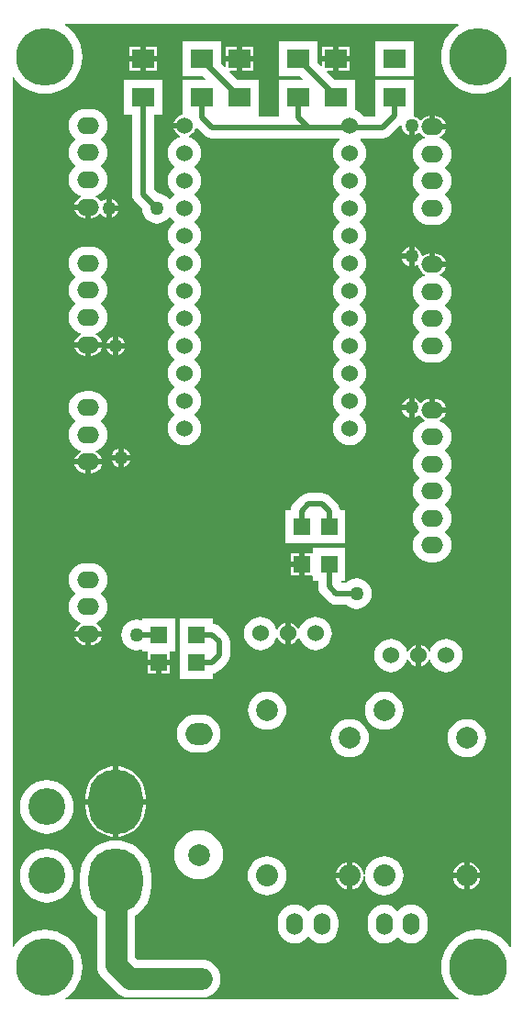
<source format=gtl>
G04 Layer_Physical_Order=1*
G04 Layer_Color=255*
%FSLAX25Y25*%
%MOIN*%
G70*
G01*
G75*
%ADD10R,0.07874X0.06693*%
%ADD11R,0.05906X0.05906*%
%ADD12R,0.05906X0.05906*%
%ADD13C,0.01969*%
%ADD14C,0.07874*%
%ADD15O,0.09843X0.07874*%
%ADD16C,0.07874*%
%ADD17O,0.06000X0.08000*%
%ADD18C,0.20945*%
%ADD19C,0.08000*%
%ADD20C,0.06000*%
%ADD21O,0.19685X0.23622*%
%ADD22C,0.13386*%
%ADD23O,0.08000X0.06000*%
%ADD24C,0.05000*%
G36*
X161995Y353850D02*
X161348Y353453D01*
X159735Y352076D01*
X158358Y350463D01*
X157250Y348655D01*
X156439Y346696D01*
X155944Y344634D01*
X155777Y342520D01*
X155944Y340406D01*
X156439Y338344D01*
X157250Y336384D01*
X158358Y334576D01*
X159735Y332964D01*
X161348Y331587D01*
X163156Y330479D01*
X165115Y329667D01*
X167177Y329172D01*
X169291Y329006D01*
X171405Y329172D01*
X173467Y329667D01*
X175427Y330479D01*
X177235Y331587D01*
X178847Y332964D01*
X180225Y334576D01*
X180621Y335224D01*
X181102Y335088D01*
Y19243D01*
X180621Y19107D01*
X180225Y19754D01*
X178847Y21367D01*
X177235Y22744D01*
X175427Y23852D01*
X173467Y24664D01*
X171405Y25159D01*
X169291Y25325D01*
X167177Y25159D01*
X165115Y24664D01*
X163156Y23852D01*
X161348Y22744D01*
X159735Y21367D01*
X158358Y19754D01*
X157250Y17946D01*
X156439Y15987D01*
X155944Y13925D01*
X155777Y11811D01*
X155944Y9697D01*
X156439Y7635D01*
X157250Y5676D01*
X158358Y3868D01*
X159735Y2255D01*
X161348Y878D01*
X161995Y481D01*
X161860Y0D01*
X19243D01*
X19107Y481D01*
X19754Y878D01*
X21367Y2255D01*
X22744Y3868D01*
X23852Y5676D01*
X24664Y7635D01*
X25159Y9697D01*
X25325Y11811D01*
X25159Y13925D01*
X24664Y15987D01*
X23852Y17946D01*
X22744Y19754D01*
X21367Y21367D01*
X19754Y22744D01*
X17946Y23852D01*
X15987Y24664D01*
X13925Y25159D01*
X11811Y25325D01*
X9697Y25159D01*
X7635Y24664D01*
X5676Y23852D01*
X3868Y22744D01*
X2255Y21367D01*
X878Y19754D01*
X481Y19107D01*
X0Y19243D01*
Y335088D01*
X481Y335224D01*
X878Y334576D01*
X2255Y332964D01*
X3868Y331587D01*
X5676Y330479D01*
X7635Y329667D01*
X9697Y329172D01*
X11811Y329006D01*
X13925Y329172D01*
X15987Y329667D01*
X17946Y330479D01*
X19754Y331587D01*
X21367Y332964D01*
X22744Y334576D01*
X23852Y336384D01*
X24664Y338344D01*
X25159Y340406D01*
X25325Y342520D01*
X25159Y344634D01*
X24664Y346696D01*
X23852Y348655D01*
X22744Y350463D01*
X21367Y352076D01*
X19754Y353453D01*
X19107Y353850D01*
X19243Y354331D01*
X161860D01*
X161995Y353850D01*
D02*
G37*
%LPC*%
G36*
X122437Y346217D02*
X118500D01*
Y342870D01*
X122437D01*
Y346217D01*
D02*
G37*
G36*
X116500D02*
X112563D01*
Y342870D01*
X116500D01*
Y346217D01*
D02*
G37*
G36*
X87437D02*
X83500D01*
Y342870D01*
X87437D01*
Y346217D01*
D02*
G37*
G36*
X81500D02*
X77563D01*
Y342870D01*
X81500D01*
Y346217D01*
D02*
G37*
G36*
X52437D02*
X48500D01*
Y342870D01*
X52437D01*
Y346217D01*
D02*
G37*
G36*
X46500D02*
X42563D01*
Y342870D01*
X46500D01*
Y346217D01*
D02*
G37*
G36*
X122437Y340870D02*
X118500D01*
Y337524D01*
X122437D01*
Y340870D01*
D02*
G37*
G36*
X87437D02*
X83500D01*
Y337524D01*
X87437D01*
Y340870D01*
D02*
G37*
G36*
X52437D02*
X48500D01*
Y337524D01*
X52437D01*
Y340870D01*
D02*
G37*
G36*
X46500D02*
X42563D01*
Y337524D01*
X46500D01*
Y340870D01*
D02*
G37*
G36*
X145697Y348217D02*
X131823D01*
Y335524D01*
X145697D01*
Y348217D01*
D02*
G37*
G36*
X110697D02*
X96823D01*
Y335524D01*
X104423D01*
X105441Y334505D01*
X105250Y334043D01*
X96823D01*
Y321350D01*
X96823D01*
X96730Y320889D01*
X89530D01*
X89437Y321350D01*
X89437D01*
Y334043D01*
X81837D01*
X78818Y337062D01*
X79010Y337524D01*
X81500D01*
Y340870D01*
X77563D01*
Y338970D01*
X77101Y338779D01*
X75697Y340183D01*
Y348217D01*
X61823D01*
Y335524D01*
X68990D01*
X70008Y334505D01*
X69817Y334043D01*
X61823D01*
Y321445D01*
X61456Y321397D01*
X60483Y320994D01*
X59647Y320353D01*
X59006Y319517D01*
X58603Y318544D01*
X58597Y318500D01*
X62500D01*
Y316500D01*
X58597D01*
X58603Y316456D01*
X59006Y315483D01*
X59647Y314647D01*
X60483Y314006D01*
X60936Y313818D01*
X60910Y313288D01*
X60193Y313070D01*
X59150Y312513D01*
X58237Y311763D01*
X57487Y310849D01*
X56930Y309807D01*
X56587Y308676D01*
X56471Y307500D01*
X56587Y306324D01*
X56930Y305193D01*
X57487Y304151D01*
X58237Y303237D01*
X58830Y302750D01*
Y302250D01*
X58237Y301763D01*
X57487Y300850D01*
X56930Y299807D01*
X56587Y298676D01*
X56471Y297500D01*
X56587Y296324D01*
X56930Y295193D01*
X57487Y294150D01*
X58237Y293237D01*
X58830Y292750D01*
Y292250D01*
X58237Y291763D01*
X57487Y290849D01*
X57448Y290777D01*
X56950Y290736D01*
X56423Y291423D01*
X55274Y292304D01*
X53936Y292858D01*
X52656Y293027D01*
X51519Y294165D01*
Y321350D01*
X54437D01*
Y334043D01*
X40563D01*
Y321350D01*
X43481D01*
Y292500D01*
X43618Y291460D01*
X44020Y290491D01*
X44658Y289658D01*
X46973Y287344D01*
X47142Y286064D01*
X47696Y284726D01*
X48577Y283577D01*
X49726Y282696D01*
X51064Y282142D01*
X52500Y281953D01*
X53936Y282142D01*
X55274Y282696D01*
X56423Y283577D01*
X56950Y284264D01*
X57448Y284223D01*
X57487Y284151D01*
X58237Y283237D01*
X58830Y282750D01*
Y282250D01*
X58237Y281763D01*
X57487Y280850D01*
X56930Y279807D01*
X56587Y278676D01*
X56471Y277500D01*
X56587Y276324D01*
X56930Y275193D01*
X57487Y274150D01*
X58237Y273237D01*
X58830Y272750D01*
Y272250D01*
X58237Y271763D01*
X57487Y270849D01*
X56930Y269807D01*
X56587Y268676D01*
X56471Y267500D01*
X56587Y266324D01*
X56930Y265193D01*
X57487Y264151D01*
X58237Y263237D01*
X58830Y262750D01*
Y262250D01*
X58237Y261763D01*
X57487Y260849D01*
X56930Y259807D01*
X56587Y258676D01*
X56471Y257500D01*
X56587Y256324D01*
X56930Y255193D01*
X57487Y254151D01*
X58237Y253237D01*
X58830Y252750D01*
Y252250D01*
X58237Y251763D01*
X57487Y250850D01*
X56930Y249807D01*
X56587Y248676D01*
X56471Y247500D01*
X56587Y246324D01*
X56930Y245193D01*
X57487Y244150D01*
X58237Y243237D01*
X58830Y242750D01*
Y242250D01*
X58237Y241763D01*
X57487Y240849D01*
X56930Y239807D01*
X56587Y238676D01*
X56471Y237500D01*
X56587Y236324D01*
X56930Y235193D01*
X57487Y234151D01*
X58237Y233237D01*
X58830Y232750D01*
Y232250D01*
X58237Y231763D01*
X57487Y230850D01*
X56930Y229807D01*
X56587Y228676D01*
X56471Y227500D01*
X56587Y226324D01*
X56930Y225193D01*
X57487Y224150D01*
X58237Y223237D01*
X58830Y222750D01*
Y222250D01*
X58237Y221763D01*
X57487Y220849D01*
X56930Y219807D01*
X56587Y218676D01*
X56471Y217500D01*
X56587Y216324D01*
X56930Y215193D01*
X57487Y214151D01*
X58237Y213237D01*
X58830Y212750D01*
Y212250D01*
X58237Y211763D01*
X57487Y210849D01*
X56930Y209807D01*
X56587Y208676D01*
X56471Y207500D01*
X56587Y206324D01*
X56930Y205193D01*
X57487Y204151D01*
X58237Y203237D01*
X59150Y202487D01*
X60193Y201930D01*
X61324Y201587D01*
X62500Y201471D01*
X63676Y201587D01*
X64807Y201930D01*
X65850Y202487D01*
X66763Y203237D01*
X67513Y204151D01*
X68070Y205193D01*
X68413Y206324D01*
X68529Y207500D01*
X68413Y208676D01*
X68070Y209807D01*
X67513Y210849D01*
X66763Y211763D01*
X66170Y212250D01*
Y212750D01*
X66763Y213237D01*
X67513Y214151D01*
X68070Y215193D01*
X68413Y216324D01*
X68529Y217500D01*
X68413Y218676D01*
X68070Y219807D01*
X67513Y220849D01*
X66763Y221763D01*
X66170Y222250D01*
Y222750D01*
X66763Y223237D01*
X67513Y224150D01*
X68070Y225193D01*
X68413Y226324D01*
X68529Y227500D01*
X68413Y228676D01*
X68070Y229807D01*
X67513Y230850D01*
X66763Y231763D01*
X66170Y232250D01*
Y232750D01*
X66763Y233237D01*
X67513Y234151D01*
X68070Y235193D01*
X68413Y236324D01*
X68529Y237500D01*
X68413Y238676D01*
X68070Y239807D01*
X67513Y240849D01*
X66763Y241763D01*
X66170Y242250D01*
Y242750D01*
X66763Y243237D01*
X67513Y244150D01*
X68070Y245193D01*
X68413Y246324D01*
X68529Y247500D01*
X68413Y248676D01*
X68070Y249807D01*
X67513Y250850D01*
X66763Y251763D01*
X66170Y252250D01*
Y252750D01*
X66763Y253237D01*
X67513Y254151D01*
X68070Y255193D01*
X68413Y256324D01*
X68529Y257500D01*
X68413Y258676D01*
X68070Y259807D01*
X67513Y260849D01*
X66763Y261763D01*
X66170Y262250D01*
Y262750D01*
X66763Y263237D01*
X67513Y264151D01*
X68070Y265193D01*
X68413Y266324D01*
X68529Y267500D01*
X68413Y268676D01*
X68070Y269807D01*
X67513Y270849D01*
X66763Y271763D01*
X66170Y272250D01*
Y272750D01*
X66763Y273237D01*
X67513Y274150D01*
X68070Y275193D01*
X68413Y276324D01*
X68529Y277500D01*
X68413Y278676D01*
X68070Y279807D01*
X67513Y280850D01*
X66763Y281763D01*
X66170Y282250D01*
Y282750D01*
X66763Y283237D01*
X67513Y284151D01*
X68070Y285193D01*
X68413Y286324D01*
X68529Y287500D01*
X68413Y288676D01*
X68070Y289807D01*
X67513Y290849D01*
X66763Y291763D01*
X66170Y292250D01*
Y292750D01*
X66763Y293237D01*
X67513Y294150D01*
X68070Y295193D01*
X68413Y296324D01*
X68529Y297500D01*
X68413Y298676D01*
X68070Y299807D01*
X67513Y300850D01*
X66763Y301763D01*
X66170Y302250D01*
Y302750D01*
X66763Y303237D01*
X67513Y304151D01*
X68070Y305193D01*
X68413Y306324D01*
X68529Y307500D01*
X68413Y308676D01*
X68070Y309807D01*
X67513Y310849D01*
X66763Y311763D01*
X65850Y312513D01*
X64807Y313070D01*
X64090Y313288D01*
X64064Y313818D01*
X64517Y314006D01*
X65353Y314647D01*
X65994Y315483D01*
X66397Y316456D01*
X66420Y316632D01*
X66894Y316793D01*
X69658Y314029D01*
X70491Y313390D01*
X71460Y312988D01*
X72500Y312852D01*
X118706D01*
X118830Y312750D01*
Y312250D01*
X118237Y311763D01*
X117487Y310849D01*
X116930Y309807D01*
X116587Y308676D01*
X116471Y307500D01*
X116587Y306324D01*
X116930Y305193D01*
X117487Y304151D01*
X118237Y303237D01*
X118830Y302750D01*
Y302250D01*
X118237Y301763D01*
X117487Y300850D01*
X116930Y299807D01*
X116587Y298676D01*
X116471Y297500D01*
X116587Y296324D01*
X116930Y295193D01*
X117487Y294150D01*
X118237Y293237D01*
X118830Y292750D01*
Y292250D01*
X118237Y291763D01*
X117487Y290849D01*
X116930Y289807D01*
X116587Y288676D01*
X116471Y287500D01*
X116587Y286324D01*
X116930Y285193D01*
X117487Y284151D01*
X118237Y283237D01*
X118830Y282750D01*
Y282250D01*
X118237Y281763D01*
X117487Y280850D01*
X116930Y279807D01*
X116587Y278676D01*
X116471Y277500D01*
X116587Y276324D01*
X116930Y275193D01*
X117487Y274150D01*
X118237Y273237D01*
X118830Y272750D01*
Y272250D01*
X118237Y271763D01*
X117487Y270849D01*
X116930Y269807D01*
X116587Y268676D01*
X116471Y267500D01*
X116587Y266324D01*
X116930Y265193D01*
X117487Y264151D01*
X118237Y263237D01*
X118830Y262750D01*
Y262250D01*
X118237Y261763D01*
X117487Y260849D01*
X116930Y259807D01*
X116587Y258676D01*
X116471Y257500D01*
X116587Y256324D01*
X116930Y255193D01*
X117487Y254151D01*
X118237Y253237D01*
X118830Y252750D01*
Y252250D01*
X118237Y251763D01*
X117487Y250850D01*
X116930Y249807D01*
X116587Y248676D01*
X116471Y247500D01*
X116587Y246324D01*
X116930Y245193D01*
X117487Y244150D01*
X118237Y243237D01*
X118830Y242750D01*
Y242250D01*
X118237Y241763D01*
X117487Y240849D01*
X116930Y239807D01*
X116587Y238676D01*
X116471Y237500D01*
X116587Y236324D01*
X116930Y235193D01*
X117487Y234151D01*
X118237Y233237D01*
X118830Y232750D01*
Y232250D01*
X118237Y231763D01*
X117487Y230850D01*
X116930Y229807D01*
X116587Y228676D01*
X116471Y227500D01*
X116587Y226324D01*
X116930Y225193D01*
X117487Y224150D01*
X118237Y223237D01*
X118830Y222750D01*
Y222250D01*
X118237Y221763D01*
X117487Y220849D01*
X116930Y219807D01*
X116587Y218676D01*
X116471Y217500D01*
X116587Y216324D01*
X116930Y215193D01*
X117487Y214151D01*
X118237Y213237D01*
X118830Y212750D01*
Y212250D01*
X118237Y211763D01*
X117487Y210849D01*
X116930Y209807D01*
X116587Y208676D01*
X116471Y207500D01*
X116587Y206324D01*
X116930Y205193D01*
X117487Y204151D01*
X118237Y203237D01*
X119150Y202487D01*
X120193Y201930D01*
X121324Y201587D01*
X122500Y201471D01*
X123676Y201587D01*
X124807Y201930D01*
X125849Y202487D01*
X126763Y203237D01*
X127513Y204151D01*
X128070Y205193D01*
X128413Y206324D01*
X128529Y207500D01*
X128413Y208676D01*
X128070Y209807D01*
X127513Y210849D01*
X126763Y211763D01*
X126170Y212250D01*
Y212750D01*
X126763Y213237D01*
X127513Y214151D01*
X128070Y215193D01*
X128413Y216324D01*
X128529Y217500D01*
X128413Y218676D01*
X128070Y219807D01*
X127513Y220849D01*
X126763Y221763D01*
X126170Y222250D01*
Y222750D01*
X126763Y223237D01*
X127513Y224150D01*
X128070Y225193D01*
X128413Y226324D01*
X128529Y227500D01*
X128413Y228676D01*
X128070Y229807D01*
X127513Y230850D01*
X126763Y231763D01*
X126170Y232250D01*
Y232750D01*
X126763Y233237D01*
X127513Y234151D01*
X128070Y235193D01*
X128413Y236324D01*
X128529Y237500D01*
X128413Y238676D01*
X128070Y239807D01*
X127513Y240849D01*
X126763Y241763D01*
X126170Y242250D01*
Y242750D01*
X126763Y243237D01*
X127513Y244150D01*
X128070Y245193D01*
X128413Y246324D01*
X128529Y247500D01*
X128413Y248676D01*
X128070Y249807D01*
X127513Y250850D01*
X126763Y251763D01*
X126170Y252250D01*
Y252750D01*
X126763Y253237D01*
X127513Y254151D01*
X128070Y255193D01*
X128413Y256324D01*
X128529Y257500D01*
X128413Y258676D01*
X128070Y259807D01*
X127513Y260849D01*
X126763Y261763D01*
X126170Y262250D01*
Y262750D01*
X126763Y263237D01*
X127513Y264151D01*
X128070Y265193D01*
X128413Y266324D01*
X128529Y267500D01*
X128413Y268676D01*
X128070Y269807D01*
X127513Y270849D01*
X126763Y271763D01*
X126170Y272250D01*
Y272750D01*
X126763Y273237D01*
X127513Y274150D01*
X128070Y275193D01*
X128413Y276324D01*
X128529Y277500D01*
X128413Y278676D01*
X128070Y279807D01*
X127513Y280850D01*
X126763Y281763D01*
X126170Y282250D01*
Y282750D01*
X126763Y283237D01*
X127513Y284151D01*
X128070Y285193D01*
X128413Y286324D01*
X128529Y287500D01*
X128413Y288676D01*
X128070Y289807D01*
X127513Y290849D01*
X126763Y291763D01*
X126170Y292250D01*
Y292750D01*
X126763Y293237D01*
X127513Y294150D01*
X128070Y295193D01*
X128413Y296324D01*
X128529Y297500D01*
X128413Y298676D01*
X128070Y299807D01*
X127513Y300850D01*
X126763Y301763D01*
X126170Y302250D01*
Y302750D01*
X126763Y303237D01*
X127513Y304151D01*
X128070Y305193D01*
X128413Y306324D01*
X128529Y307500D01*
X128413Y308676D01*
X128070Y309807D01*
X127513Y310849D01*
X126763Y311763D01*
X126452Y312018D01*
X126427Y312655D01*
X126628Y312852D01*
X134370D01*
X135410Y312988D01*
X136379Y313390D01*
X137212Y314029D01*
X141039Y317856D01*
X141488Y317635D01*
X141470Y317500D01*
X141590Y316586D01*
X141943Y315735D01*
X142504Y315004D01*
X143235Y314443D01*
X144000Y314126D01*
Y317500D01*
X146000D01*
Y314126D01*
X146765Y314443D01*
X147474Y314987D01*
X147550Y315030D01*
X148069Y314929D01*
X148647Y314175D01*
X149483Y313534D01*
X149717Y313437D01*
X149691Y312906D01*
X149193Y312755D01*
X148151Y312198D01*
X147237Y311448D01*
X146487Y310535D01*
X145930Y309492D01*
X145587Y308361D01*
X145471Y307185D01*
X145587Y306009D01*
X145930Y304878D01*
X146487Y303836D01*
X147237Y302922D01*
X147734Y302514D01*
Y302014D01*
X147237Y301606D01*
X146487Y300692D01*
X145930Y299650D01*
X145587Y298519D01*
X145471Y297342D01*
X145587Y296166D01*
X145930Y295035D01*
X146487Y293993D01*
X147237Y293079D01*
X147734Y292671D01*
Y292171D01*
X147237Y291763D01*
X146487Y290849D01*
X145930Y289807D01*
X145587Y288676D01*
X145471Y287500D01*
X145587Y286324D01*
X145930Y285193D01*
X146487Y284151D01*
X147237Y283237D01*
X148151Y282487D01*
X149193Y281930D01*
X150324Y281587D01*
X151500Y281471D01*
X153500D01*
X154676Y281587D01*
X155807Y281930D01*
X156850Y282487D01*
X157763Y283237D01*
X158513Y284151D01*
X159070Y285193D01*
X159413Y286324D01*
X159529Y287500D01*
X159413Y288676D01*
X159070Y289807D01*
X158513Y290849D01*
X157763Y291763D01*
X157266Y292171D01*
Y292671D01*
X157763Y293079D01*
X158513Y293993D01*
X159070Y295035D01*
X159413Y296166D01*
X159529Y297342D01*
X159413Y298519D01*
X159070Y299650D01*
X158513Y300692D01*
X157763Y301606D01*
X157266Y302014D01*
Y302514D01*
X157763Y302922D01*
X158513Y303836D01*
X159070Y304878D01*
X159413Y306009D01*
X159529Y307185D01*
X159413Y308361D01*
X159070Y309492D01*
X158513Y310535D01*
X157763Y311448D01*
X156850Y312198D01*
X155807Y312755D01*
X155309Y312906D01*
X155283Y313437D01*
X155517Y313534D01*
X156353Y314175D01*
X156994Y315010D01*
X157397Y315983D01*
X157403Y316028D01*
X152500D01*
Y317028D01*
X151500D01*
Y321062D01*
X150456Y320925D01*
X149483Y320522D01*
X148647Y319880D01*
X148431Y319599D01*
X147801Y319599D01*
X147496Y319996D01*
X146765Y320557D01*
X145914Y320910D01*
X145858Y320917D01*
X145697Y321350D01*
X145697D01*
Y334043D01*
X131823D01*
Y321350D01*
X131823D01*
X131730Y320889D01*
X127481D01*
X126763Y321763D01*
X125849Y322513D01*
X124807Y323070D01*
X124437Y323182D01*
Y334043D01*
X117270D01*
X114251Y337062D01*
X114443Y337524D01*
X116500D01*
Y340870D01*
X112563D01*
Y339403D01*
X112101Y339212D01*
X110697Y340616D01*
Y348217D01*
D02*
G37*
G36*
X153500Y321062D02*
D01*
Y318028D01*
X157403D01*
X157397Y318072D01*
X156994Y319045D01*
X156353Y319880D01*
X155517Y320522D01*
X154544Y320925D01*
X153500Y321062D01*
D02*
G37*
G36*
X36000Y290874D02*
Y288500D01*
X38374D01*
X38057Y289265D01*
X37496Y289996D01*
X36765Y290557D01*
X36000Y290874D01*
D02*
G37*
G36*
X38374Y286500D02*
X36000D01*
Y284126D01*
X36765Y284443D01*
X37496Y285004D01*
X38057Y285735D01*
X38374Y286500D01*
D02*
G37*
G36*
X28500Y323529D02*
X26500D01*
X25324Y323413D01*
X24193Y323070D01*
X23151Y322513D01*
X22237Y321763D01*
X21487Y320849D01*
X20930Y319807D01*
X20587Y318676D01*
X20471Y317500D01*
X20587Y316324D01*
X20930Y315193D01*
X21487Y314151D01*
X22237Y313237D01*
X22734Y312829D01*
Y312329D01*
X22237Y311921D01*
X21487Y311007D01*
X20930Y309965D01*
X20587Y308834D01*
X20471Y307658D01*
X20587Y306481D01*
X20930Y305350D01*
X21487Y304308D01*
X22237Y303394D01*
X22734Y302986D01*
Y302486D01*
X22237Y302078D01*
X21487Y301165D01*
X20930Y300122D01*
X20587Y298991D01*
X20471Y297815D01*
X20587Y296639D01*
X20930Y295508D01*
X21487Y294465D01*
X22237Y293552D01*
X23151Y292802D01*
X24193Y292245D01*
X24691Y292094D01*
X24717Y291563D01*
X24483Y291466D01*
X23647Y290825D01*
X23006Y289990D01*
X22603Y289017D01*
X22597Y288972D01*
X27500D01*
Y287972D01*
X28500D01*
Y283938D01*
X29544Y284075D01*
X30517Y284478D01*
X31353Y285120D01*
X31569Y285401D01*
X32199Y285401D01*
X32504Y285004D01*
X33235Y284443D01*
X34000Y284126D01*
Y287500D01*
Y290874D01*
X33235Y290557D01*
X32526Y290013D01*
X32450Y289970D01*
X31931Y290072D01*
X31353Y290825D01*
X30517Y291466D01*
X30283Y291563D01*
X30309Y292094D01*
X30807Y292245D01*
X31850Y292802D01*
X32763Y293552D01*
X33513Y294465D01*
X34070Y295508D01*
X34413Y296639D01*
X34529Y297815D01*
X34413Y298991D01*
X34070Y300122D01*
X33513Y301165D01*
X32763Y302078D01*
X32266Y302486D01*
Y302986D01*
X32763Y303394D01*
X33513Y304308D01*
X34070Y305350D01*
X34413Y306481D01*
X34529Y307658D01*
X34413Y308834D01*
X34070Y309965D01*
X33513Y311007D01*
X32763Y311921D01*
X32266Y312329D01*
Y312829D01*
X32763Y313237D01*
X33513Y314151D01*
X34070Y315193D01*
X34413Y316324D01*
X34529Y317500D01*
X34413Y318676D01*
X34070Y319807D01*
X33513Y320849D01*
X32763Y321763D01*
X31850Y322513D01*
X30807Y323070D01*
X29676Y323413D01*
X28500Y323529D01*
D02*
G37*
G36*
X26500Y286972D02*
X22597D01*
X22603Y286928D01*
X23006Y285955D01*
X23647Y285120D01*
X24483Y284478D01*
X25456Y284075D01*
X26500Y283938D01*
D01*
Y286972D01*
D02*
G37*
G36*
X144000Y273374D02*
X143235Y273057D01*
X142504Y272496D01*
X141943Y271765D01*
X141626Y271000D01*
X144000D01*
Y273374D01*
D02*
G37*
G36*
X153500Y271062D02*
D01*
Y268028D01*
X157403D01*
X157397Y268072D01*
X156994Y269045D01*
X156353Y269880D01*
X155517Y270522D01*
X154544Y270925D01*
X153500Y271062D01*
D02*
G37*
G36*
X144000Y269000D02*
X141626D01*
X141943Y268235D01*
X142504Y267504D01*
X143235Y266943D01*
X144000Y266626D01*
Y269000D01*
D02*
G37*
G36*
X28500Y273529D02*
X26500D01*
X25324Y273413D01*
X24193Y273070D01*
X23151Y272513D01*
X22237Y271763D01*
X21487Y270849D01*
X20930Y269807D01*
X20587Y268676D01*
X20471Y267500D01*
X20587Y266324D01*
X20930Y265193D01*
X21487Y264151D01*
X22237Y263237D01*
X22734Y262829D01*
Y262329D01*
X22237Y261921D01*
X21487Y261007D01*
X20930Y259965D01*
X20587Y258834D01*
X20471Y257658D01*
X20587Y256481D01*
X20930Y255350D01*
X21487Y254308D01*
X22237Y253394D01*
X22734Y252986D01*
Y252486D01*
X22237Y252078D01*
X21487Y251165D01*
X20930Y250122D01*
X20587Y248991D01*
X20471Y247815D01*
X20587Y246639D01*
X20930Y245508D01*
X21487Y244465D01*
X22237Y243552D01*
X23151Y242802D01*
X24193Y242245D01*
X24691Y242094D01*
X24717Y241563D01*
X24483Y241466D01*
X23647Y240825D01*
X23006Y239990D01*
X22603Y239017D01*
X22597Y238972D01*
X27500D01*
X32403D01*
X32397Y239017D01*
X31994Y239990D01*
X31353Y240825D01*
X30517Y241466D01*
X30283Y241563D01*
X30309Y242094D01*
X30807Y242245D01*
X31850Y242802D01*
X32763Y243552D01*
X33513Y244465D01*
X34070Y245508D01*
X34413Y246639D01*
X34529Y247815D01*
X34413Y248991D01*
X34070Y250122D01*
X33513Y251165D01*
X32763Y252078D01*
X32266Y252486D01*
Y252986D01*
X32763Y253394D01*
X33513Y254308D01*
X34070Y255350D01*
X34413Y256481D01*
X34529Y257658D01*
X34413Y258834D01*
X34070Y259965D01*
X33513Y261007D01*
X32763Y261921D01*
X32266Y262329D01*
Y262829D01*
X32763Y263237D01*
X33513Y264151D01*
X34070Y265193D01*
X34413Y266324D01*
X34529Y267500D01*
X34413Y268676D01*
X34070Y269807D01*
X33513Y270849D01*
X32763Y271763D01*
X31850Y272513D01*
X30807Y273070D01*
X29676Y273413D01*
X28500Y273529D01*
D02*
G37*
G36*
X38500Y240874D02*
Y238500D01*
X40874D01*
X40557Y239265D01*
X39996Y239996D01*
X39265Y240557D01*
X38500Y240874D01*
D02*
G37*
G36*
X36500D02*
X35735Y240557D01*
X35004Y239996D01*
X34443Y239265D01*
X34126Y238500D01*
X36500D01*
Y240874D01*
D02*
G37*
G36*
X40874Y236500D02*
X38500D01*
Y234126D01*
X39265Y234443D01*
X39996Y235004D01*
X40557Y235735D01*
X40874Y236500D01*
D02*
G37*
G36*
X36500D02*
X34126D01*
X34443Y235735D01*
X35004Y235004D01*
X35735Y234443D01*
X36500Y234126D01*
Y236500D01*
D02*
G37*
G36*
X32403Y236972D02*
X28500D01*
Y233938D01*
X29544Y234075D01*
X30517Y234478D01*
X31353Y235120D01*
X31994Y235955D01*
X32397Y236928D01*
X32403Y236972D01*
D02*
G37*
G36*
X26500D02*
X22597D01*
X22603Y236928D01*
X23006Y235955D01*
X23647Y235120D01*
X24483Y234478D01*
X25456Y234075D01*
X26500Y233938D01*
D01*
Y236972D01*
D02*
G37*
G36*
X146000Y273374D02*
Y270000D01*
Y266626D01*
X146765Y266943D01*
X146971Y267101D01*
X147114Y267079D01*
X147487Y266866D01*
X147603Y265983D01*
X148006Y265010D01*
X148647Y264175D01*
X149483Y263534D01*
X149717Y263437D01*
X149691Y262906D01*
X149193Y262755D01*
X148151Y262198D01*
X147237Y261448D01*
X146487Y260535D01*
X145930Y259492D01*
X145587Y258361D01*
X145471Y257185D01*
X145587Y256009D01*
X145930Y254878D01*
X146487Y253836D01*
X147237Y252922D01*
X147734Y252514D01*
Y252014D01*
X147237Y251606D01*
X146487Y250692D01*
X145930Y249650D01*
X145587Y248519D01*
X145471Y247342D01*
X145587Y246166D01*
X145930Y245035D01*
X146487Y243993D01*
X147237Y243079D01*
X147734Y242671D01*
Y242171D01*
X147237Y241763D01*
X146487Y240849D01*
X145930Y239807D01*
X145587Y238676D01*
X145471Y237500D01*
X145587Y236324D01*
X145930Y235193D01*
X146487Y234151D01*
X147237Y233237D01*
X148151Y232487D01*
X149193Y231930D01*
X150324Y231587D01*
X151500Y231471D01*
X153500D01*
X154676Y231587D01*
X155807Y231930D01*
X156850Y232487D01*
X157763Y233237D01*
X158513Y234151D01*
X159070Y235193D01*
X159413Y236324D01*
X159529Y237500D01*
X159413Y238676D01*
X159070Y239807D01*
X158513Y240849D01*
X157763Y241763D01*
X157266Y242171D01*
Y242671D01*
X157763Y243079D01*
X158513Y243993D01*
X159070Y245035D01*
X159413Y246166D01*
X159529Y247342D01*
X159413Y248519D01*
X159070Y249650D01*
X158513Y250692D01*
X157763Y251606D01*
X157266Y252014D01*
Y252514D01*
X157763Y252922D01*
X158513Y253836D01*
X159070Y254878D01*
X159413Y256009D01*
X159529Y257185D01*
X159413Y258361D01*
X159070Y259492D01*
X158513Y260535D01*
X157763Y261448D01*
X156850Y262198D01*
X155807Y262755D01*
X155309Y262906D01*
X155283Y263437D01*
X155517Y263534D01*
X156353Y264175D01*
X156994Y265010D01*
X157397Y265983D01*
X157403Y266028D01*
X152500D01*
Y267028D01*
X151500D01*
Y271062D01*
X150456Y270925D01*
X149483Y270522D01*
X149013Y270161D01*
X148480Y270382D01*
X148410Y270914D01*
X148057Y271765D01*
X147496Y272496D01*
X146765Y273057D01*
X146000Y273374D01*
D02*
G37*
G36*
X144000Y218374D02*
X143235Y218057D01*
X142504Y217496D01*
X141943Y216765D01*
X141626Y216000D01*
X144000D01*
Y218374D01*
D02*
G37*
G36*
X153500Y218247D02*
D01*
Y215213D01*
X157403D01*
X157397Y215257D01*
X156994Y216230D01*
X156353Y217065D01*
X155517Y217707D01*
X154544Y218110D01*
X153500Y218247D01*
D02*
G37*
G36*
X144000Y214000D02*
X141626D01*
X141943Y213235D01*
X142504Y212504D01*
X143235Y211943D01*
X144000Y211626D01*
Y214000D01*
D02*
G37*
G36*
X40370Y200224D02*
Y197850D01*
X42744D01*
X42427Y198616D01*
X41866Y199347D01*
X41135Y199908D01*
X40370Y200224D01*
D02*
G37*
G36*
X38370D02*
X37605Y199908D01*
X36874Y199347D01*
X36313Y198616D01*
X35996Y197850D01*
X38370D01*
Y200224D01*
D02*
G37*
G36*
X28500Y221029D02*
X26500D01*
X25324Y220913D01*
X24193Y220570D01*
X23151Y220013D01*
X22237Y219263D01*
X21487Y218350D01*
X20930Y217307D01*
X20587Y216176D01*
X20471Y215000D01*
X20587Y213824D01*
X20930Y212693D01*
X21487Y211650D01*
X22237Y210737D01*
X22734Y210329D01*
Y209829D01*
X22237Y209421D01*
X21487Y208507D01*
X20930Y207465D01*
X20587Y206334D01*
X20471Y205157D01*
X20587Y203981D01*
X20930Y202850D01*
X21487Y201808D01*
X22237Y200894D01*
X23151Y200145D01*
X24193Y199587D01*
X24691Y199436D01*
X24717Y198906D01*
X24483Y198809D01*
X23647Y198168D01*
X23006Y197332D01*
X22603Y196359D01*
X22597Y196315D01*
X27500D01*
X32403D01*
X32397Y196359D01*
X31994Y197332D01*
X31353Y198168D01*
X30517Y198809D01*
X30283Y198906D01*
X30309Y199436D01*
X30807Y199587D01*
X31850Y200145D01*
X32763Y200894D01*
X33513Y201808D01*
X34070Y202850D01*
X34413Y203981D01*
X34529Y205157D01*
X34413Y206334D01*
X34070Y207465D01*
X33513Y208507D01*
X32763Y209421D01*
X32266Y209829D01*
Y210329D01*
X32763Y210737D01*
X33513Y211650D01*
X34070Y212693D01*
X34413Y213824D01*
X34529Y215000D01*
X34413Y216176D01*
X34070Y217307D01*
X33513Y218350D01*
X32763Y219263D01*
X31850Y220013D01*
X30807Y220570D01*
X29676Y220913D01*
X28500Y221029D01*
D02*
G37*
G36*
X42744Y195850D02*
X40370D01*
Y193476D01*
X41135Y193793D01*
X41866Y194354D01*
X42427Y195085D01*
X42744Y195850D01*
D02*
G37*
G36*
X38370D02*
X35996D01*
X36313Y195085D01*
X36874Y194354D01*
X37605Y193793D01*
X38370Y193476D01*
Y195850D01*
D02*
G37*
G36*
X32403Y194315D02*
X28500D01*
Y191280D01*
X29544Y191418D01*
X30517Y191821D01*
X31353Y192462D01*
X31994Y193298D01*
X32397Y194271D01*
X32403Y194315D01*
D02*
G37*
G36*
X26500D02*
X22597D01*
X22603Y194271D01*
X23006Y193298D01*
X23647Y192462D01*
X24483Y191821D01*
X25456Y191418D01*
X26500Y191280D01*
D01*
Y194315D01*
D02*
G37*
G36*
X112500Y184019D02*
X107500D01*
X106460Y183882D01*
X105491Y183480D01*
X104658Y182842D01*
X102158Y180342D01*
X101520Y179509D01*
X101118Y178540D01*
X101026Y177842D01*
X99047D01*
Y165937D01*
X110953D01*
Y165937D01*
X120953D01*
Y177842D01*
X118974D01*
X118882Y178540D01*
X118480Y179509D01*
X117842Y180342D01*
X115342Y182842D01*
X114509Y183480D01*
X113540Y183882D01*
X112500Y184019D01*
D02*
G37*
G36*
X104000Y162063D02*
X101047D01*
Y159110D01*
X104000D01*
Y162063D01*
D02*
G37*
G36*
X146000Y218374D02*
Y215000D01*
Y211626D01*
X146765Y211943D01*
X147375Y212411D01*
X147942Y212351D01*
X148006Y212195D01*
X148647Y211360D01*
X149483Y210719D01*
X149717Y210622D01*
X149691Y210091D01*
X149193Y209940D01*
X148151Y209383D01*
X147237Y208633D01*
X146487Y207720D01*
X145930Y206677D01*
X145587Y205546D01*
X145471Y204370D01*
X145587Y203194D01*
X145930Y202063D01*
X146487Y201021D01*
X147237Y200107D01*
X147734Y199699D01*
Y199199D01*
X147237Y198791D01*
X146487Y197877D01*
X145930Y196835D01*
X145587Y195704D01*
X145471Y194528D01*
X145587Y193351D01*
X145930Y192220D01*
X146487Y191178D01*
X147237Y190264D01*
X147734Y189856D01*
Y189356D01*
X147237Y188948D01*
X146487Y188035D01*
X145930Y186992D01*
X145587Y185861D01*
X145471Y184685D01*
X145587Y183509D01*
X145930Y182378D01*
X146487Y181335D01*
X147237Y180422D01*
X147734Y180014D01*
Y179514D01*
X147237Y179106D01*
X146487Y178192D01*
X145930Y177150D01*
X145587Y176019D01*
X145471Y174843D01*
X145587Y173666D01*
X145930Y172535D01*
X146487Y171493D01*
X147237Y170579D01*
X147734Y170171D01*
Y169671D01*
X147237Y169263D01*
X146487Y168350D01*
X145930Y167307D01*
X145587Y166176D01*
X145471Y165000D01*
X145587Y163824D01*
X145930Y162693D01*
X146487Y161651D01*
X147237Y160737D01*
X148151Y159987D01*
X149193Y159430D01*
X150324Y159087D01*
X151500Y158971D01*
X153500D01*
X154676Y159087D01*
X155807Y159430D01*
X156850Y159987D01*
X157763Y160737D01*
X158513Y161651D01*
X159070Y162693D01*
X159413Y163824D01*
X159529Y165000D01*
X159413Y166176D01*
X159070Y167307D01*
X158513Y168350D01*
X157763Y169263D01*
X157266Y169671D01*
Y170171D01*
X157763Y170579D01*
X158513Y171493D01*
X159070Y172535D01*
X159413Y173666D01*
X159529Y174843D01*
X159413Y176019D01*
X159070Y177150D01*
X158513Y178192D01*
X157763Y179106D01*
X157266Y179514D01*
Y180014D01*
X157763Y180422D01*
X158513Y181335D01*
X159070Y182378D01*
X159413Y183509D01*
X159529Y184685D01*
X159413Y185861D01*
X159070Y186992D01*
X158513Y188035D01*
X157763Y188948D01*
X157266Y189356D01*
Y189856D01*
X157763Y190264D01*
X158513Y191178D01*
X159070Y192220D01*
X159413Y193351D01*
X159529Y194528D01*
X159413Y195704D01*
X159070Y196835D01*
X158513Y197877D01*
X157763Y198791D01*
X157266Y199199D01*
Y199699D01*
X157763Y200107D01*
X158513Y201021D01*
X159070Y202063D01*
X159413Y203194D01*
X159529Y204370D01*
X159413Y205546D01*
X159070Y206677D01*
X158513Y207720D01*
X157763Y208633D01*
X156850Y209383D01*
X155807Y209940D01*
X155309Y210091D01*
X155283Y210622D01*
X155517Y210719D01*
X156353Y211360D01*
X156994Y212195D01*
X157397Y213168D01*
X157403Y213213D01*
X152500D01*
Y214213D01*
X151500D01*
Y218247D01*
X150456Y218110D01*
X149483Y217707D01*
X148647Y217065D01*
X148505Y216880D01*
X147922Y216941D01*
X147496Y217496D01*
X146765Y218057D01*
X146000Y218374D01*
D02*
G37*
G36*
X104000Y157110D02*
X101047D01*
Y154157D01*
X104000D01*
Y157110D01*
D02*
G37*
G36*
X120953Y164063D02*
X109047D01*
Y162524D01*
X108953Y162063D01*
X108547Y162063D01*
X106000D01*
Y158110D01*
Y154157D01*
X108547D01*
X108953Y154157D01*
X109047Y153697D01*
Y152157D01*
X110981D01*
Y150000D01*
X111118Y148960D01*
X111520Y147991D01*
X112158Y147158D01*
X114658Y144658D01*
X115491Y144020D01*
X116460Y143618D01*
X117500Y143481D01*
X121202D01*
X122226Y142696D01*
X123564Y142142D01*
X125000Y141953D01*
X126436Y142142D01*
X127774Y142696D01*
X128923Y143577D01*
X129804Y144726D01*
X130358Y146064D01*
X130547Y147500D01*
X130358Y148936D01*
X129804Y150274D01*
X128923Y151423D01*
X127774Y152304D01*
X126436Y152858D01*
X125000Y153048D01*
X123564Y152858D01*
X122226Y152304D01*
X121202Y151519D01*
X119469D01*
X119333Y151657D01*
X119542Y152157D01*
X120953D01*
Y164063D01*
D02*
G37*
G36*
X59063Y138453D02*
X47157D01*
Y138010D01*
X46742Y137732D01*
X46436Y137858D01*
X45000Y138048D01*
X43564Y137858D01*
X42226Y137304D01*
X41077Y136423D01*
X40196Y135274D01*
X39642Y133936D01*
X39452Y132500D01*
X39642Y131064D01*
X40196Y129726D01*
X41077Y128577D01*
X42226Y127696D01*
X43564Y127142D01*
X45000Y126953D01*
X46436Y127142D01*
X46742Y127268D01*
X47157Y126990D01*
Y126547D01*
X48697D01*
X49158Y126453D01*
X49158Y126047D01*
Y123500D01*
X53110D01*
X57063D01*
Y126047D01*
X57063Y126453D01*
X57524Y126547D01*
X59063D01*
Y138453D01*
D02*
G37*
G36*
X110000Y139029D02*
X108824Y138913D01*
X107693Y138570D01*
X106650Y138013D01*
X105737Y137263D01*
X104987Y136349D01*
X104430Y135307D01*
X104212Y134590D01*
X103682Y134564D01*
X103494Y135017D01*
X102853Y135853D01*
X102017Y136494D01*
X101044Y136897D01*
X101000Y136903D01*
Y133000D01*
Y129097D01*
X101044Y129103D01*
X102017Y129506D01*
X102853Y130147D01*
X103494Y130983D01*
X103682Y131436D01*
X104212Y131410D01*
X104430Y130693D01*
X104987Y129650D01*
X105737Y128737D01*
X106650Y127987D01*
X107693Y127430D01*
X108824Y127087D01*
X110000Y126971D01*
X111176Y127087D01*
X112307Y127430D01*
X113349Y127987D01*
X114263Y128737D01*
X115013Y129650D01*
X115570Y130693D01*
X115913Y131824D01*
X116029Y133000D01*
X115913Y134176D01*
X115570Y135307D01*
X115013Y136349D01*
X114263Y137263D01*
X113349Y138013D01*
X112307Y138570D01*
X111176Y138913D01*
X110000Y139029D01*
D02*
G37*
G36*
X28500Y158529D02*
X26500D01*
X25324Y158413D01*
X24193Y158070D01*
X23151Y157513D01*
X22237Y156763D01*
X21487Y155850D01*
X20930Y154807D01*
X20587Y153676D01*
X20471Y152500D01*
X20587Y151324D01*
X20930Y150193D01*
X21487Y149151D01*
X22237Y148237D01*
X22734Y147829D01*
Y147329D01*
X22237Y146921D01*
X21487Y146007D01*
X20930Y144965D01*
X20587Y143834D01*
X20471Y142657D01*
X20587Y141481D01*
X20930Y140350D01*
X21487Y139308D01*
X22237Y138394D01*
X23151Y137645D01*
X24193Y137087D01*
X24691Y136936D01*
X24717Y136406D01*
X24483Y136309D01*
X23647Y135668D01*
X23006Y134832D01*
X22603Y133859D01*
X22597Y133815D01*
X27500D01*
X32403D01*
X32397Y133859D01*
X31994Y134832D01*
X31353Y135668D01*
X30517Y136309D01*
X30283Y136406D01*
X30309Y136936D01*
X30807Y137087D01*
X31850Y137645D01*
X32763Y138394D01*
X33513Y139308D01*
X34070Y140350D01*
X34413Y141481D01*
X34529Y142657D01*
X34413Y143834D01*
X34070Y144965D01*
X33513Y146007D01*
X32763Y146921D01*
X32266Y147329D01*
Y147829D01*
X32763Y148237D01*
X33513Y149151D01*
X34070Y150193D01*
X34413Y151324D01*
X34529Y152500D01*
X34413Y153676D01*
X34070Y154807D01*
X33513Y155850D01*
X32763Y156763D01*
X31850Y157513D01*
X30807Y158070D01*
X29676Y158413D01*
X28500Y158529D01*
D02*
G37*
G36*
X90000Y139029D02*
X88824Y138913D01*
X87693Y138570D01*
X86651Y138013D01*
X85737Y137263D01*
X84987Y136349D01*
X84430Y135307D01*
X84087Y134176D01*
X83971Y133000D01*
X84087Y131824D01*
X84430Y130693D01*
X84987Y129650D01*
X85737Y128737D01*
X86651Y127987D01*
X87693Y127430D01*
X88824Y127087D01*
X90000Y126971D01*
X91176Y127087D01*
X92307Y127430D01*
X93349Y127987D01*
X94263Y128737D01*
X95013Y129650D01*
X95570Y130693D01*
X95788Y131410D01*
X96318Y131436D01*
X96506Y130983D01*
X97147Y130147D01*
X97983Y129506D01*
X98956Y129103D01*
X99000Y129097D01*
Y133000D01*
Y136903D01*
X98956Y136897D01*
X97983Y136494D01*
X97147Y135853D01*
X96506Y135017D01*
X96318Y134564D01*
X95788Y134590D01*
X95570Y135307D01*
X95013Y136349D01*
X94263Y137263D01*
X93349Y138013D01*
X92307Y138570D01*
X91176Y138913D01*
X90000Y139029D01*
D02*
G37*
G36*
X32403Y131815D02*
X28500D01*
Y128780D01*
X29544Y128918D01*
X30517Y129321D01*
X31353Y129962D01*
X31994Y130798D01*
X32397Y131771D01*
X32403Y131815D01*
D02*
G37*
G36*
X26500D02*
X22597D01*
X22603Y131771D01*
X23006Y130798D01*
X23647Y129962D01*
X24483Y129321D01*
X25456Y128918D01*
X26500Y128780D01*
D01*
Y131815D01*
D02*
G37*
G36*
X157500Y131029D02*
X156324Y130913D01*
X155193Y130570D01*
X154150Y130013D01*
X153237Y129263D01*
X152487Y128349D01*
X151930Y127307D01*
X151712Y126590D01*
X151182Y126564D01*
X150994Y127017D01*
X150353Y127853D01*
X149517Y128494D01*
X148544Y128897D01*
X148500Y128903D01*
Y125000D01*
Y121097D01*
X148544Y121103D01*
X149517Y121506D01*
X150353Y122147D01*
X150994Y122983D01*
X151182Y123436D01*
X151712Y123410D01*
X151930Y122693D01*
X152487Y121651D01*
X153237Y120737D01*
X154150Y119987D01*
X155193Y119430D01*
X156324Y119087D01*
X157500Y118971D01*
X158676Y119087D01*
X159807Y119430D01*
X160849Y119987D01*
X161763Y120737D01*
X162513Y121651D01*
X163070Y122693D01*
X163413Y123824D01*
X163529Y125000D01*
X163413Y126176D01*
X163070Y127307D01*
X162513Y128349D01*
X161763Y129263D01*
X160849Y130013D01*
X159807Y130570D01*
X158676Y130913D01*
X157500Y131029D01*
D02*
G37*
G36*
X137500D02*
X136324Y130913D01*
X135193Y130570D01*
X134151Y130013D01*
X133237Y129263D01*
X132487Y128349D01*
X131930Y127307D01*
X131587Y126176D01*
X131471Y125000D01*
X131587Y123824D01*
X131930Y122693D01*
X132487Y121651D01*
X133237Y120737D01*
X134151Y119987D01*
X135193Y119430D01*
X136324Y119087D01*
X137500Y118971D01*
X138676Y119087D01*
X139807Y119430D01*
X140849Y119987D01*
X141763Y120737D01*
X142513Y121651D01*
X143070Y122693D01*
X143288Y123410D01*
X143818Y123436D01*
X144006Y122983D01*
X144647Y122147D01*
X145483Y121506D01*
X146456Y121103D01*
X146500Y121097D01*
Y125000D01*
Y128903D01*
X146456Y128897D01*
X145483Y128494D01*
X144647Y127853D01*
X144006Y127017D01*
X143818Y126564D01*
X143288Y126590D01*
X143070Y127307D01*
X142513Y128349D01*
X141763Y129263D01*
X140849Y130013D01*
X139807Y130570D01*
X138676Y130913D01*
X137500Y131029D01*
D02*
G37*
G36*
X57063Y121500D02*
X54110D01*
Y118547D01*
X57063D01*
Y121500D01*
D02*
G37*
G36*
X52110D02*
X49158D01*
Y118547D01*
X52110D01*
Y121500D01*
D02*
G37*
G36*
X72843Y138453D02*
X60937D01*
Y128453D01*
X60937D01*
Y116547D01*
X72843D01*
Y118526D01*
X73540Y118618D01*
X74509Y119020D01*
X75342Y119658D01*
X77842Y122158D01*
X78480Y122991D01*
X78882Y123960D01*
X79019Y125000D01*
Y130000D01*
X78882Y131040D01*
X78480Y132009D01*
X77842Y132842D01*
X75342Y135342D01*
X74509Y135980D01*
X73540Y136382D01*
X72843Y136474D01*
Y138453D01*
D02*
G37*
G36*
X135000Y111971D02*
X133640Y111837D01*
X132333Y111440D01*
X131127Y110796D01*
X130071Y109929D01*
X129204Y108873D01*
X128560Y107668D01*
X128163Y106360D01*
X128029Y105000D01*
X128163Y103640D01*
X128560Y102332D01*
X129204Y101127D01*
X130071Y100071D01*
X131127Y99204D01*
X132333Y98560D01*
X133640Y98163D01*
X135000Y98029D01*
X136360Y98163D01*
X137668Y98560D01*
X138873Y99204D01*
X139929Y100071D01*
X140796Y101127D01*
X141440Y102332D01*
X141837Y103640D01*
X141971Y105000D01*
X141837Y106360D01*
X141440Y107668D01*
X140796Y108873D01*
X139929Y109929D01*
X138873Y110796D01*
X137668Y111440D01*
X136360Y111837D01*
X135000Y111971D01*
D02*
G37*
G36*
X92500D02*
X91140Y111837D01*
X89833Y111440D01*
X88627Y110796D01*
X87571Y109929D01*
X86704Y108873D01*
X86060Y107668D01*
X85663Y106360D01*
X85529Y105000D01*
X85663Y103640D01*
X86060Y102332D01*
X86704Y101127D01*
X87571Y100071D01*
X88627Y99204D01*
X89833Y98560D01*
X91140Y98163D01*
X92500Y98029D01*
X93860Y98163D01*
X95167Y98560D01*
X96373Y99204D01*
X97429Y100071D01*
X98296Y101127D01*
X98940Y102332D01*
X99337Y103640D01*
X99471Y105000D01*
X99337Y106360D01*
X98940Y107668D01*
X98296Y108873D01*
X97429Y109929D01*
X96373Y110796D01*
X95167Y111440D01*
X93860Y111837D01*
X92500Y111971D01*
D02*
G37*
G36*
X68622Y103585D02*
X66654D01*
X65294Y103451D01*
X63986Y103054D01*
X62781Y102410D01*
X61725Y101543D01*
X60858Y100487D01*
X60214Y99282D01*
X59817Y97974D01*
X59683Y96614D01*
X59817Y95254D01*
X60214Y93947D01*
X60858Y92742D01*
X61725Y91685D01*
X62781Y90818D01*
X63986Y90174D01*
X65294Y89777D01*
X66654Y89644D01*
X68622D01*
X69982Y89777D01*
X71290Y90174D01*
X72495Y90818D01*
X73551Y91685D01*
X74418Y92742D01*
X75062Y93947D01*
X75459Y95254D01*
X75593Y96614D01*
X75459Y97974D01*
X75062Y99282D01*
X74418Y100487D01*
X73551Y101543D01*
X72495Y102410D01*
X71290Y103054D01*
X69982Y103451D01*
X68622Y103585D01*
D02*
G37*
G36*
X165000Y101971D02*
X163640Y101837D01*
X162332Y101440D01*
X161127Y100796D01*
X160071Y99929D01*
X159204Y98873D01*
X158560Y97667D01*
X158163Y96360D01*
X158029Y95000D01*
X158163Y93640D01*
X158560Y92333D01*
X159204Y91127D01*
X160071Y90071D01*
X161127Y89204D01*
X162332Y88560D01*
X163640Y88163D01*
X165000Y88029D01*
X166360Y88163D01*
X167667Y88560D01*
X168873Y89204D01*
X169929Y90071D01*
X170796Y91127D01*
X171440Y92333D01*
X171837Y93640D01*
X171971Y95000D01*
X171837Y96360D01*
X171440Y97667D01*
X170796Y98873D01*
X169929Y99929D01*
X168873Y100796D01*
X167667Y101440D01*
X166360Y101837D01*
X165000Y101971D01*
D02*
G37*
G36*
X122500D02*
X121140Y101837D01*
X119833Y101440D01*
X118627Y100796D01*
X117571Y99929D01*
X116704Y98873D01*
X116060Y97667D01*
X115663Y96360D01*
X115529Y95000D01*
X115663Y93640D01*
X116060Y92333D01*
X116704Y91127D01*
X117571Y90071D01*
X118627Y89204D01*
X119833Y88560D01*
X121140Y88163D01*
X122500Y88029D01*
X123860Y88163D01*
X125168Y88560D01*
X126373Y89204D01*
X127429Y90071D01*
X128296Y91127D01*
X128940Y92333D01*
X129337Y93640D01*
X129471Y95000D01*
X129337Y96360D01*
X128940Y97667D01*
X128296Y98873D01*
X127429Y99929D01*
X126373Y100796D01*
X125168Y101440D01*
X123860Y101837D01*
X122500Y101971D01*
D02*
G37*
G36*
X38500Y84734D02*
Y72969D01*
X48376D01*
Y73937D01*
X48242Y75638D01*
X47844Y77298D01*
X47191Y78875D01*
X46299Y80330D01*
X45191Y81628D01*
X43893Y82736D01*
X42438Y83628D01*
X40861Y84281D01*
X39201Y84679D01*
X38500Y84734D01*
D02*
G37*
G36*
X36500D02*
X35799Y84679D01*
X34139Y84281D01*
X32562Y83628D01*
X31107Y82736D01*
X29809Y81628D01*
X28701Y80330D01*
X27809Y78875D01*
X27156Y77298D01*
X26758Y75638D01*
X26624Y73937D01*
Y72969D01*
X36500D01*
Y84734D01*
D02*
G37*
G36*
X12500Y79740D02*
X10600Y79553D01*
X8773Y78998D01*
X7089Y78098D01*
X5613Y76887D01*
X4402Y75411D01*
X3502Y73727D01*
X2947Y71900D01*
X2760Y70000D01*
X2947Y68100D01*
X3502Y66273D01*
X4402Y64589D01*
X5613Y63113D01*
X7089Y61902D01*
X8773Y61002D01*
X10600Y60447D01*
X12500Y60260D01*
X14400Y60447D01*
X16227Y61002D01*
X17911Y61902D01*
X19387Y63113D01*
X20598Y64589D01*
X21498Y66273D01*
X22053Y68100D01*
X22240Y70000D01*
X22053Y71900D01*
X21498Y73727D01*
X20598Y75411D01*
X19387Y76887D01*
X17911Y78098D01*
X16227Y78998D01*
X14400Y79553D01*
X12500Y79740D01*
D02*
G37*
G36*
X48376Y70969D02*
X38500D01*
Y59203D01*
X39201Y59258D01*
X40861Y59656D01*
X42438Y60309D01*
X43893Y61201D01*
X45191Y62309D01*
X46299Y63607D01*
X47191Y65062D01*
X47844Y66639D01*
X48242Y68299D01*
X48376Y70000D01*
Y70969D01*
D02*
G37*
G36*
X36500D02*
X26624D01*
Y70000D01*
X26758Y68299D01*
X27156Y66639D01*
X27809Y65062D01*
X28701Y63607D01*
X29809Y62309D01*
X31107Y61201D01*
X32562Y60309D01*
X34139Y59656D01*
X35799Y59258D01*
X36500Y59203D01*
Y70969D01*
D02*
G37*
G36*
X166000Y49911D02*
Y46000D01*
X169912D01*
X169871Y46305D01*
X169368Y47522D01*
X168566Y48566D01*
X167522Y49367D01*
X166305Y49871D01*
X166000Y49911D01*
D02*
G37*
G36*
X121500D02*
X121195Y49871D01*
X119978Y49367D01*
X118934Y48566D01*
X118132Y47522D01*
X117629Y46305D01*
X117588Y46000D01*
X121500D01*
Y49911D01*
D02*
G37*
G36*
X164000D02*
X163695Y49871D01*
X162478Y49367D01*
X161434Y48566D01*
X160633Y47522D01*
X160129Y46305D01*
X160089Y46000D01*
X164000D01*
Y49911D01*
D02*
G37*
G36*
X135000Y52034D02*
X133628Y51899D01*
X132308Y51499D01*
X131092Y50849D01*
X130026Y49974D01*
X129151Y48908D01*
X128501Y47692D01*
X128101Y46372D01*
X128001Y45353D01*
X127498Y45345D01*
X127371Y46305D01*
X126867Y47522D01*
X126066Y48566D01*
X125022Y49367D01*
X123805Y49871D01*
X123500Y49911D01*
Y45000D01*
Y40088D01*
X123805Y40129D01*
X125022Y40633D01*
X126066Y41434D01*
X126867Y42478D01*
X127371Y43695D01*
X127498Y44655D01*
X128001Y44647D01*
X128101Y43628D01*
X128501Y42308D01*
X129151Y41092D01*
X130026Y40026D01*
X131092Y39151D01*
X132308Y38502D01*
X133628Y38101D01*
X135000Y37966D01*
X136372Y38101D01*
X137692Y38502D01*
X138908Y39151D01*
X139974Y40026D01*
X140849Y41092D01*
X141498Y42308D01*
X141899Y43628D01*
X142034Y45000D01*
X141899Y46372D01*
X141498Y47692D01*
X140849Y48908D01*
X139974Y49974D01*
X138908Y50849D01*
X137692Y51499D01*
X136372Y51899D01*
X135000Y52034D01*
D02*
G37*
G36*
X67638Y61586D02*
X65892Y61414D01*
X64213Y60905D01*
X62666Y60078D01*
X61310Y58965D01*
X60197Y57609D01*
X59370Y56062D01*
X58861Y54384D01*
X58689Y52638D01*
X58861Y50892D01*
X59370Y49213D01*
X60197Y47666D01*
X61310Y46310D01*
X62666Y45197D01*
X64213Y44370D01*
X65892Y43861D01*
X67638Y43689D01*
X69384Y43861D01*
X71062Y44370D01*
X72609Y45197D01*
X73965Y46310D01*
X75078Y47666D01*
X75905Y49213D01*
X76415Y50892D01*
X76586Y52638D01*
X76415Y54384D01*
X75905Y56062D01*
X75078Y57609D01*
X73965Y58965D01*
X72609Y60078D01*
X71062Y60905D01*
X69384Y61414D01*
X67638Y61586D01*
D02*
G37*
G36*
X169912Y44000D02*
X166000D01*
Y40088D01*
X166305Y40129D01*
X167522Y40633D01*
X168566Y41434D01*
X169368Y42478D01*
X169871Y43695D01*
X169912Y44000D01*
D02*
G37*
G36*
X164000D02*
X160089D01*
X160129Y43695D01*
X160633Y42478D01*
X161434Y41434D01*
X162478Y40633D01*
X163695Y40129D01*
X164000Y40088D01*
Y44000D01*
D02*
G37*
G36*
X121500D02*
X117588D01*
X117629Y43695D01*
X118132Y42478D01*
X118934Y41434D01*
X119978Y40633D01*
X121195Y40129D01*
X121500Y40088D01*
Y44000D01*
D02*
G37*
G36*
X92500Y52034D02*
X91128Y51899D01*
X89808Y51499D01*
X88592Y50849D01*
X87526Y49974D01*
X86651Y48908D01*
X86001Y47692D01*
X85601Y46372D01*
X85466Y45000D01*
X85601Y43628D01*
X86001Y42308D01*
X86651Y41092D01*
X87526Y40026D01*
X88592Y39151D01*
X89808Y38502D01*
X91128Y38101D01*
X92500Y37966D01*
X93872Y38101D01*
X95192Y38502D01*
X96408Y39151D01*
X97474Y40026D01*
X98348Y41092D01*
X98998Y42308D01*
X99399Y43628D01*
X99534Y45000D01*
X99399Y46372D01*
X98998Y47692D01*
X98348Y48908D01*
X97474Y49974D01*
X96408Y50849D01*
X95192Y51499D01*
X93872Y51899D01*
X92500Y52034D01*
D02*
G37*
G36*
X12500Y54740D02*
X10600Y54553D01*
X8773Y53998D01*
X7089Y53098D01*
X5613Y51887D01*
X4402Y50411D01*
X3502Y48727D01*
X2947Y46900D01*
X2760Y45000D01*
X2947Y43100D01*
X3502Y41273D01*
X4402Y39589D01*
X5613Y38113D01*
X7089Y36902D01*
X8773Y36002D01*
X10600Y35447D01*
X12500Y35260D01*
X14400Y35447D01*
X16227Y36002D01*
X17911Y36902D01*
X19387Y38113D01*
X20598Y39589D01*
X21498Y41273D01*
X22053Y43100D01*
X22240Y45000D01*
X22053Y46900D01*
X21498Y48727D01*
X20598Y50411D01*
X19387Y51887D01*
X17911Y53098D01*
X16227Y53998D01*
X14400Y54553D01*
X12500Y54740D01*
D02*
G37*
G36*
X144843Y34529D02*
X143666Y34413D01*
X142535Y34070D01*
X141493Y33513D01*
X140579Y32763D01*
X140171Y32266D01*
X139671D01*
X139263Y32763D01*
X138349Y33513D01*
X137307Y34070D01*
X136176Y34413D01*
X135000Y34529D01*
X133824Y34413D01*
X132693Y34070D01*
X131650Y33513D01*
X130737Y32763D01*
X129987Y31850D01*
X129430Y30807D01*
X129087Y29676D01*
X128971Y28500D01*
Y26500D01*
X129087Y25324D01*
X129430Y24193D01*
X129987Y23151D01*
X130737Y22237D01*
X131650Y21487D01*
X132693Y20930D01*
X133824Y20587D01*
X135000Y20471D01*
X136176Y20587D01*
X137307Y20930D01*
X138349Y21487D01*
X139263Y22237D01*
X139671Y22734D01*
X140171D01*
X140579Y22237D01*
X141493Y21487D01*
X142535Y20930D01*
X143666Y20587D01*
X144843Y20471D01*
X146019Y20587D01*
X147150Y20930D01*
X148192Y21487D01*
X149106Y22237D01*
X149855Y23151D01*
X150413Y24193D01*
X150756Y25324D01*
X150872Y26500D01*
Y28500D01*
X150756Y29676D01*
X150413Y30807D01*
X149855Y31850D01*
X149106Y32763D01*
X148192Y33513D01*
X147150Y34070D01*
X146019Y34413D01*
X144843Y34529D01*
D02*
G37*
G36*
X112343D02*
X111166Y34413D01*
X110035Y34070D01*
X108993Y33513D01*
X108079Y32763D01*
X107671Y32266D01*
X107171D01*
X106763Y32763D01*
X105850Y33513D01*
X104807Y34070D01*
X103676Y34413D01*
X102500Y34529D01*
X101324Y34413D01*
X100193Y34070D01*
X99151Y33513D01*
X98237Y32763D01*
X97487Y31850D01*
X96930Y30807D01*
X96587Y29676D01*
X96471Y28500D01*
Y26500D01*
X96587Y25324D01*
X96930Y24193D01*
X97487Y23151D01*
X98237Y22237D01*
X99151Y21487D01*
X100193Y20930D01*
X101324Y20587D01*
X102500Y20471D01*
X103676Y20587D01*
X104807Y20930D01*
X105850Y21487D01*
X106763Y22237D01*
X107171Y22734D01*
X107671D01*
X108079Y22237D01*
X108993Y21487D01*
X110035Y20930D01*
X111166Y20587D01*
X112343Y20471D01*
X113519Y20587D01*
X114650Y20930D01*
X115692Y21487D01*
X116606Y22237D01*
X117356Y23151D01*
X117913Y24193D01*
X118256Y25324D01*
X118372Y26500D01*
Y28500D01*
X118256Y29676D01*
X117913Y30807D01*
X117356Y31850D01*
X116606Y32763D01*
X115692Y33513D01*
X114650Y34070D01*
X113519Y34413D01*
X112343Y34529D01*
D02*
G37*
G36*
X37500Y57882D02*
X35485Y57724D01*
X33519Y57252D01*
X31652Y56478D01*
X29928Y55422D01*
X28391Y54109D01*
X27078Y52572D01*
X26022Y50848D01*
X25248Y48981D01*
X24776Y47015D01*
X24618Y45000D01*
Y41063D01*
X24776Y39048D01*
X25248Y37082D01*
X26022Y35215D01*
X27078Y33491D01*
X28391Y31954D01*
X29928Y30641D01*
X30667Y30188D01*
Y12638D01*
X30734Y11958D01*
X30801Y11278D01*
X31198Y9970D01*
X31842Y8765D01*
X32709Y7709D01*
X37709Y2709D01*
X38765Y1842D01*
X39970Y1198D01*
X41278Y801D01*
X42638Y667D01*
X68622D01*
X69982Y801D01*
X71290Y1198D01*
X72495Y1842D01*
X73551Y2709D01*
X74418Y3765D01*
X75062Y4970D01*
X75459Y6278D01*
X75593Y7638D01*
X75459Y8998D01*
X75062Y10305D01*
X74418Y11511D01*
X73551Y12567D01*
X72495Y13434D01*
X71290Y14078D01*
X69982Y14474D01*
X68622Y14608D01*
X45525D01*
X44608Y15525D01*
Y30357D01*
X45072Y30641D01*
X46609Y31954D01*
X47922Y33491D01*
X48978Y35215D01*
X49752Y37082D01*
X50224Y39048D01*
X50382Y41063D01*
Y45000D01*
X50224Y47015D01*
X49752Y48981D01*
X48978Y50848D01*
X47922Y52572D01*
X46609Y54109D01*
X45072Y55422D01*
X43348Y56478D01*
X41481Y57252D01*
X39515Y57724D01*
X37500Y57882D01*
D02*
G37*
%LPD*%
D10*
X117500Y341870D02*
D03*
Y327697D02*
D03*
X138760D02*
D03*
Y341870D02*
D03*
X82500D02*
D03*
Y327697D02*
D03*
X103760D02*
D03*
Y341870D02*
D03*
X47500D02*
D03*
Y327697D02*
D03*
X68760D02*
D03*
Y341870D02*
D03*
D11*
X115000Y171890D02*
D03*
Y158110D02*
D03*
X105000Y158110D02*
D03*
Y171890D02*
D03*
D12*
X53110Y122500D02*
D03*
X66890D02*
D03*
X66890Y132500D02*
D03*
X53110D02*
D03*
D13*
X112500Y180000D02*
X115000Y177500D01*
Y171890D02*
Y177500D01*
X68760Y341437D02*
Y341870D01*
Y341437D02*
X82500Y327697D01*
X103760Y341870D02*
X117500Y328130D01*
Y327697D02*
Y328130D01*
X103760Y320610D02*
Y327697D01*
Y320610D02*
X107500Y316870D01*
X68760Y320610D02*
Y327697D01*
Y320610D02*
X72500Y316870D01*
X107500D01*
X105000Y171890D02*
Y177500D01*
X107500Y180000D02*
X112500D01*
X105000Y177500D02*
X107500Y180000D01*
X47500Y292500D02*
Y327697D01*
Y292500D02*
X52500Y287500D01*
X115000Y150000D02*
Y158110D01*
Y150000D02*
X117500Y147500D01*
X125000D01*
X66890Y132500D02*
X72500D01*
X75000Y130000D01*
Y125000D02*
Y130000D01*
X72500Y122500D02*
X75000Y125000D01*
X66890Y122500D02*
X72500D01*
X45000Y132500D02*
X53110D01*
X107500Y316870D02*
X134370D01*
X138760Y321260D01*
Y327697D01*
D14*
X42638Y7638D02*
X67638D01*
X37638Y12638D02*
X42638Y7638D01*
X37638Y12638D02*
Y45000D01*
D15*
X67638Y96614D02*
D03*
Y7638D02*
D03*
D16*
Y52638D02*
D03*
X92500Y105000D02*
D03*
X122500Y95000D02*
D03*
X135000Y105000D02*
D03*
X165000Y95000D02*
D03*
D17*
X144843Y27500D02*
D03*
X135000D02*
D03*
X112343D02*
D03*
X102500D02*
D03*
D18*
X11811Y342520D02*
D03*
X169291D02*
D03*
X11811Y11811D02*
D03*
X169291Y11811D02*
D03*
D19*
X122500Y45000D02*
D03*
X92500D02*
D03*
X165000D02*
D03*
X135000D02*
D03*
D20*
X137500Y125000D02*
D03*
X147500D02*
D03*
X157500D02*
D03*
X90000Y133000D02*
D03*
X100000D02*
D03*
X110000D02*
D03*
X62500Y317500D02*
D03*
Y307500D02*
D03*
Y297500D02*
D03*
Y287500D02*
D03*
Y277500D02*
D03*
Y267500D02*
D03*
Y257500D02*
D03*
Y247500D02*
D03*
Y237500D02*
D03*
Y227500D02*
D03*
Y217500D02*
D03*
Y207500D02*
D03*
X122500D02*
D03*
Y217500D02*
D03*
Y227500D02*
D03*
Y237500D02*
D03*
Y247500D02*
D03*
Y257500D02*
D03*
Y267500D02*
D03*
Y277500D02*
D03*
Y287500D02*
D03*
Y297500D02*
D03*
Y307500D02*
D03*
Y317500D02*
D03*
D21*
X37500Y43031D02*
D03*
Y71969D02*
D03*
D22*
X12500Y70000D02*
D03*
Y45000D02*
D03*
D23*
X27500Y132815D02*
D03*
Y142657D02*
D03*
Y152500D02*
D03*
X152500Y267028D02*
D03*
Y257185D02*
D03*
Y247342D02*
D03*
Y237500D02*
D03*
Y317028D02*
D03*
Y307185D02*
D03*
Y297342D02*
D03*
Y287500D02*
D03*
X27500Y237972D02*
D03*
Y247815D02*
D03*
Y257658D02*
D03*
Y267500D02*
D03*
Y287972D02*
D03*
Y297815D02*
D03*
Y307658D02*
D03*
Y317500D02*
D03*
X152500Y214213D02*
D03*
Y204370D02*
D03*
Y194528D02*
D03*
Y184685D02*
D03*
Y174843D02*
D03*
Y165000D02*
D03*
X27500Y195315D02*
D03*
Y205157D02*
D03*
Y215000D02*
D03*
D24*
X145000Y317500D02*
D03*
Y270000D02*
D03*
X52500Y287500D02*
D03*
X35000D02*
D03*
X145000Y215000D02*
D03*
X37500Y237500D02*
D03*
X125000Y147500D02*
D03*
X45000Y132500D02*
D03*
X39370Y196850D02*
D03*
M02*

</source>
